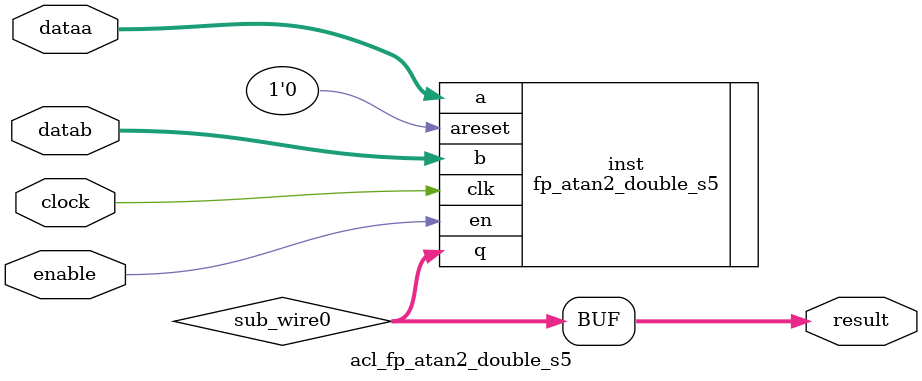
<source format=v>
`timescale 1 ps / 1 ps
module acl_fp_atan2_double_s5 (
	enable,
	clock,
	dataa,
	datab,
	result);

	input	  enable;
	input	  clock;
	input	[63:0]  dataa;
	input	[63:0]  datab;
	output	[63:0]  result;

	wire [63:0] sub_wire0;
	wire [63:0] result = sub_wire0[63:0];

	fp_atan2_double_s5	inst (
				.en (enable),
        .areset(1'b0),
				.clk(clock),
				.a(dataa),
				.b(datab),
				.q(sub_wire0));

endmodule

</source>
